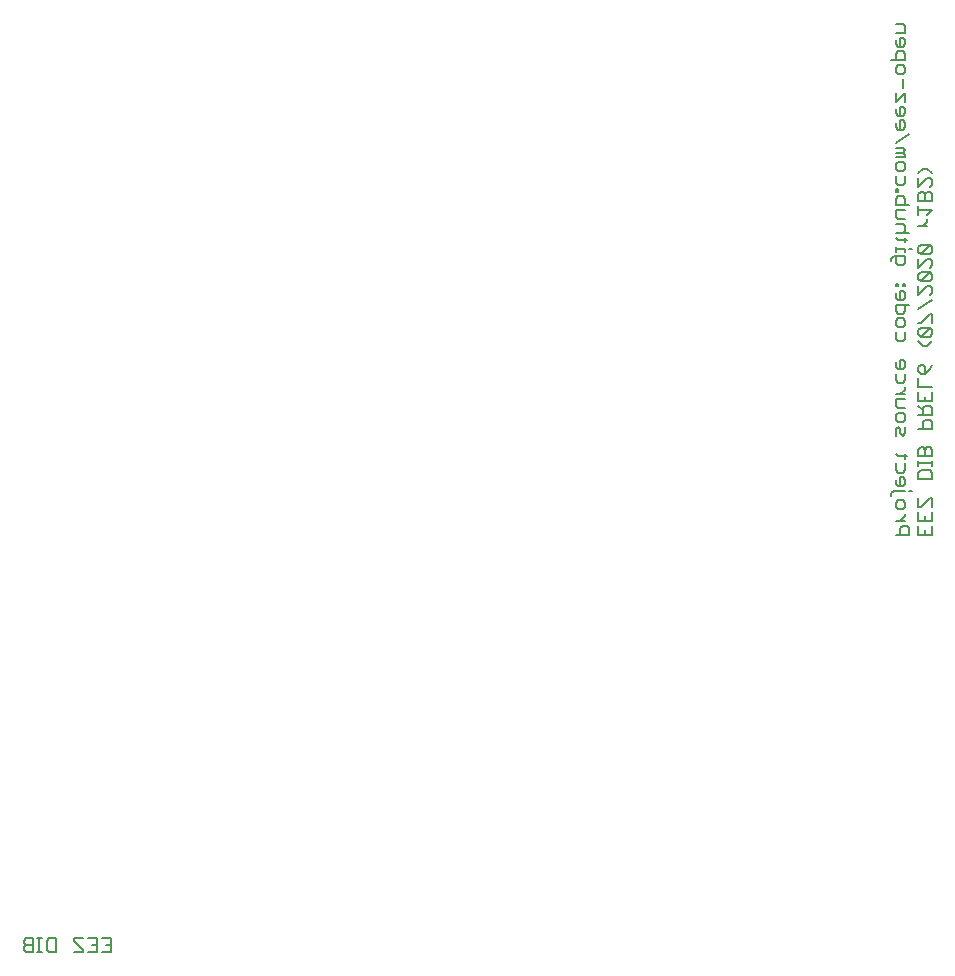
<source format=gbo>
G75*
%MOIN*%
%OFA0B0*%
%FSLAX25Y25*%
%IPPOS*%
%LPD*%
%AMOC8*
5,1,8,0,0,1.08239X$1,22.5*
%
%ADD10C,0.00500*%
D10*
X0359846Y0120520D02*
X0360597Y0119770D01*
X0362849Y0119770D01*
X0362849Y0124274D01*
X0360597Y0124274D01*
X0359846Y0123523D01*
X0359846Y0122772D01*
X0360597Y0122022D01*
X0362849Y0122022D01*
X0360597Y0122022D02*
X0359846Y0121271D01*
X0359846Y0120520D01*
X0364417Y0119770D02*
X0365918Y0119770D01*
X0365167Y0119770D02*
X0365167Y0124274D01*
X0364417Y0124274D02*
X0365918Y0124274D01*
X0367519Y0123523D02*
X0368270Y0124274D01*
X0370522Y0124274D01*
X0370522Y0119770D01*
X0368270Y0119770D01*
X0367519Y0120520D01*
X0367519Y0123523D01*
X0376727Y0123523D02*
X0379730Y0120520D01*
X0379730Y0119770D01*
X0376727Y0119770D01*
X0376727Y0123523D02*
X0376727Y0124274D01*
X0379730Y0124274D01*
X0381331Y0124274D02*
X0384334Y0124274D01*
X0384334Y0119770D01*
X0381331Y0119770D01*
X0382832Y0122022D02*
X0384334Y0122022D01*
X0385935Y0124274D02*
X0388938Y0124274D01*
X0388938Y0119770D01*
X0385935Y0119770D01*
X0387436Y0122022D02*
X0388938Y0122022D01*
X0649171Y0271930D02*
X0649171Y0272681D01*
X0649921Y0273432D01*
X0653674Y0273432D01*
X0655176Y0273432D02*
X0655926Y0273432D01*
X0653674Y0275750D02*
X0653674Y0277251D01*
X0652924Y0278002D01*
X0652173Y0278002D01*
X0652173Y0275000D01*
X0651423Y0275000D02*
X0652924Y0275000D01*
X0653674Y0275750D01*
X0651423Y0275000D02*
X0650672Y0275750D01*
X0650672Y0277251D01*
X0651423Y0279603D02*
X0650672Y0280354D01*
X0650672Y0282606D01*
X0651423Y0284958D02*
X0650672Y0285709D01*
X0651423Y0284958D02*
X0654425Y0284958D01*
X0653674Y0284207D02*
X0653674Y0285709D01*
X0653674Y0282606D02*
X0653674Y0280354D01*
X0652924Y0279603D01*
X0651423Y0279603D01*
X0658172Y0279553D02*
X0658172Y0277302D01*
X0662676Y0277302D01*
X0662676Y0279553D01*
X0661925Y0280304D01*
X0658923Y0280304D01*
X0658172Y0279553D01*
X0658172Y0281905D02*
X0658172Y0283407D01*
X0658172Y0282656D02*
X0662676Y0282656D01*
X0662676Y0281905D02*
X0662676Y0283407D01*
X0662676Y0284975D02*
X0662676Y0287227D01*
X0661925Y0287977D01*
X0661174Y0287977D01*
X0660424Y0287227D01*
X0660424Y0284975D01*
X0660424Y0287227D02*
X0659673Y0287977D01*
X0658923Y0287977D01*
X0658172Y0287227D01*
X0658172Y0284975D01*
X0662676Y0284975D01*
X0653674Y0292631D02*
X0652924Y0291881D01*
X0652173Y0292631D01*
X0652173Y0294133D01*
X0651423Y0294883D01*
X0650672Y0294133D01*
X0650672Y0291881D01*
X0653674Y0292631D02*
X0653674Y0294883D01*
X0652924Y0296485D02*
X0651423Y0296485D01*
X0650672Y0297235D01*
X0650672Y0298736D01*
X0651423Y0299487D01*
X0652924Y0299487D01*
X0653674Y0298736D01*
X0653674Y0297235D01*
X0652924Y0296485D01*
X0653674Y0301088D02*
X0651423Y0301088D01*
X0650672Y0301839D01*
X0650672Y0304091D01*
X0653674Y0304091D01*
X0653674Y0305692D02*
X0650672Y0305692D01*
X0652173Y0305692D02*
X0653674Y0307194D01*
X0653674Y0307944D01*
X0652924Y0309529D02*
X0651423Y0309529D01*
X0650672Y0310280D01*
X0650672Y0312532D01*
X0651423Y0314133D02*
X0652924Y0314133D01*
X0653674Y0314884D01*
X0653674Y0316385D01*
X0652924Y0317135D01*
X0652173Y0317135D01*
X0652173Y0314133D01*
X0651423Y0314133D02*
X0650672Y0314884D01*
X0650672Y0316385D01*
X0653674Y0312532D02*
X0653674Y0310280D01*
X0652924Y0309529D01*
X0658172Y0310997D02*
X0658172Y0307994D01*
X0662676Y0307994D01*
X0662676Y0306393D02*
X0662676Y0303390D01*
X0658172Y0303390D01*
X0658172Y0306393D01*
X0660424Y0304892D02*
X0660424Y0303390D01*
X0660424Y0301789D02*
X0659673Y0301038D01*
X0659673Y0298787D01*
X0659673Y0300288D02*
X0658172Y0301789D01*
X0660424Y0301789D02*
X0661925Y0301789D01*
X0662676Y0301038D01*
X0662676Y0298787D01*
X0658172Y0298787D01*
X0660424Y0297185D02*
X0659673Y0296434D01*
X0659673Y0294183D01*
X0658172Y0294183D02*
X0662676Y0294183D01*
X0662676Y0296434D01*
X0661925Y0297185D01*
X0660424Y0297185D01*
X0660424Y0312598D02*
X0660424Y0314850D01*
X0659673Y0315601D01*
X0658923Y0315601D01*
X0658172Y0314850D01*
X0658172Y0313349D01*
X0658923Y0312598D01*
X0660424Y0312598D01*
X0661925Y0314100D01*
X0662676Y0315601D01*
X0661174Y0321806D02*
X0662676Y0323307D01*
X0661925Y0324875D02*
X0662676Y0325626D01*
X0662676Y0327127D01*
X0661925Y0327878D01*
X0658923Y0324875D01*
X0658172Y0325626D01*
X0658172Y0327127D01*
X0658923Y0327878D01*
X0661925Y0327878D01*
X0662676Y0329479D02*
X0662676Y0332482D01*
X0661925Y0332482D01*
X0658923Y0329479D01*
X0658172Y0329479D01*
X0653674Y0330197D02*
X0652924Y0330947D01*
X0651423Y0330947D01*
X0650672Y0330197D01*
X0650672Y0328695D01*
X0651423Y0327945D01*
X0652924Y0327945D01*
X0653674Y0328695D01*
X0653674Y0330197D01*
X0652924Y0332549D02*
X0653674Y0333299D01*
X0653674Y0335551D01*
X0655176Y0335551D02*
X0650672Y0335551D01*
X0650672Y0333299D01*
X0651423Y0332549D01*
X0652924Y0332549D01*
X0652924Y0337153D02*
X0653674Y0337903D01*
X0653674Y0339404D01*
X0652924Y0340155D01*
X0652173Y0340155D01*
X0652173Y0337153D01*
X0651423Y0337153D02*
X0652924Y0337153D01*
X0651423Y0337153D02*
X0650672Y0337903D01*
X0650672Y0339404D01*
X0650672Y0341756D02*
X0651423Y0341756D01*
X0651423Y0342507D01*
X0650672Y0342507D01*
X0650672Y0341756D01*
X0652924Y0341756D02*
X0653674Y0341756D01*
X0653674Y0342507D01*
X0652924Y0342507D01*
X0652924Y0341756D01*
X0658172Y0341690D02*
X0658172Y0338687D01*
X0661174Y0341690D01*
X0661925Y0341690D01*
X0662676Y0340939D01*
X0662676Y0339438D01*
X0661925Y0338687D01*
X0662676Y0337086D02*
X0658172Y0334083D01*
X0653674Y0326343D02*
X0653674Y0324091D01*
X0652924Y0323341D01*
X0651423Y0323341D01*
X0650672Y0324091D01*
X0650672Y0326343D01*
X0658172Y0323307D02*
X0659673Y0321806D01*
X0661174Y0321806D01*
X0661925Y0324875D02*
X0658923Y0324875D01*
X0658923Y0343291D02*
X0661925Y0346294D01*
X0658923Y0346294D01*
X0658172Y0345543D01*
X0658172Y0344042D01*
X0658923Y0343291D01*
X0661925Y0343291D01*
X0662676Y0344042D01*
X0662676Y0345543D01*
X0661925Y0346294D01*
X0661925Y0347895D02*
X0662676Y0348646D01*
X0662676Y0350147D01*
X0661925Y0350898D01*
X0661174Y0350898D01*
X0658172Y0347895D01*
X0658172Y0350898D01*
X0658923Y0352499D02*
X0661925Y0355502D01*
X0658923Y0355502D01*
X0658172Y0354751D01*
X0658172Y0353250D01*
X0658923Y0352499D01*
X0661925Y0352499D01*
X0662676Y0353250D01*
X0662676Y0354751D01*
X0661925Y0355502D01*
X0655926Y0354017D02*
X0655176Y0354017D01*
X0653674Y0354017D02*
X0650672Y0354017D01*
X0650672Y0353266D02*
X0650672Y0354768D01*
X0651423Y0357086D02*
X0650672Y0357837D01*
X0651423Y0357086D02*
X0654425Y0357086D01*
X0653674Y0356336D02*
X0653674Y0357837D01*
X0652924Y0359405D02*
X0653674Y0360155D01*
X0653674Y0361657D01*
X0652924Y0362407D01*
X0650672Y0362407D01*
X0651423Y0364009D02*
X0650672Y0364759D01*
X0650672Y0367011D01*
X0653674Y0367011D01*
X0653674Y0368613D02*
X0653674Y0370865D01*
X0652924Y0371615D01*
X0651423Y0371615D01*
X0650672Y0370865D01*
X0650672Y0368613D01*
X0655176Y0368613D01*
X0658172Y0368546D02*
X0658172Y0365543D01*
X0658172Y0367045D02*
X0662676Y0367045D01*
X0661174Y0365543D01*
X0661174Y0363959D02*
X0661174Y0363208D01*
X0659673Y0361707D01*
X0658172Y0361707D02*
X0661174Y0361707D01*
X0655176Y0359405D02*
X0650672Y0359405D01*
X0651423Y0364009D02*
X0653674Y0364009D01*
X0658172Y0370147D02*
X0658172Y0372399D01*
X0658923Y0373150D01*
X0659673Y0373150D01*
X0660424Y0372399D01*
X0660424Y0370147D01*
X0662676Y0370147D02*
X0662676Y0372399D01*
X0661925Y0373150D01*
X0661174Y0373150D01*
X0660424Y0372399D01*
X0661925Y0374751D02*
X0662676Y0375502D01*
X0662676Y0377003D01*
X0661925Y0377754D01*
X0661174Y0377754D01*
X0658172Y0374751D01*
X0658172Y0377754D01*
X0658172Y0379355D02*
X0659673Y0380856D01*
X0661174Y0380856D01*
X0662676Y0379355D01*
X0653674Y0378521D02*
X0653674Y0376269D01*
X0652924Y0375519D01*
X0651423Y0375519D01*
X0650672Y0376269D01*
X0650672Y0378521D01*
X0651423Y0380122D02*
X0650672Y0380873D01*
X0650672Y0382374D01*
X0651423Y0383125D01*
X0652924Y0383125D01*
X0653674Y0382374D01*
X0653674Y0380873D01*
X0652924Y0380122D01*
X0651423Y0380122D01*
X0650672Y0384726D02*
X0653674Y0384726D01*
X0653674Y0385477D01*
X0652924Y0386228D01*
X0653674Y0386978D01*
X0652924Y0387729D01*
X0650672Y0387729D01*
X0650672Y0386228D02*
X0652924Y0386228D01*
X0650672Y0389330D02*
X0655176Y0392333D01*
X0652924Y0393934D02*
X0653674Y0394685D01*
X0653674Y0396186D01*
X0652924Y0396937D01*
X0652173Y0396937D01*
X0652173Y0393934D01*
X0651423Y0393934D02*
X0652924Y0393934D01*
X0651423Y0393934D02*
X0650672Y0394685D01*
X0650672Y0396186D01*
X0651423Y0398538D02*
X0652924Y0398538D01*
X0653674Y0399289D01*
X0653674Y0400790D01*
X0652924Y0401541D01*
X0652173Y0401541D01*
X0652173Y0398538D01*
X0651423Y0398538D02*
X0650672Y0399289D01*
X0650672Y0400790D01*
X0650672Y0403142D02*
X0650672Y0406145D01*
X0652924Y0407746D02*
X0652924Y0410749D01*
X0652924Y0412350D02*
X0651423Y0412350D01*
X0650672Y0413101D01*
X0650672Y0414602D01*
X0651423Y0415353D01*
X0652924Y0415353D01*
X0653674Y0414602D01*
X0653674Y0413101D01*
X0652924Y0412350D01*
X0653674Y0416954D02*
X0649171Y0416954D01*
X0650672Y0416954D02*
X0650672Y0419206D01*
X0651423Y0419956D01*
X0652924Y0419956D01*
X0653674Y0419206D01*
X0653674Y0416954D01*
X0652924Y0421558D02*
X0653674Y0422308D01*
X0653674Y0423810D01*
X0652924Y0424560D01*
X0652173Y0424560D01*
X0652173Y0421558D01*
X0651423Y0421558D02*
X0652924Y0421558D01*
X0651423Y0421558D02*
X0650672Y0422308D01*
X0650672Y0423810D01*
X0650672Y0426162D02*
X0653674Y0426162D01*
X0653674Y0428414D01*
X0652924Y0429164D01*
X0650672Y0429164D01*
X0653674Y0406145D02*
X0650672Y0403142D01*
X0653674Y0403142D02*
X0653674Y0406145D01*
X0651423Y0373967D02*
X0650672Y0373967D01*
X0650672Y0373217D01*
X0651423Y0373217D01*
X0651423Y0373967D01*
X0658172Y0370147D02*
X0662676Y0370147D01*
X0653674Y0354017D02*
X0653674Y0353266D01*
X0653674Y0351665D02*
X0653674Y0349413D01*
X0652924Y0348662D01*
X0651423Y0348662D01*
X0650672Y0349413D01*
X0650672Y0351665D01*
X0649921Y0351665D02*
X0653674Y0351665D01*
X0649921Y0351665D02*
X0649171Y0350914D01*
X0649171Y0350164D01*
X0658172Y0271096D02*
X0658172Y0268094D01*
X0658923Y0268094D01*
X0661925Y0271096D01*
X0662676Y0271096D01*
X0662676Y0268094D01*
X0662676Y0266492D02*
X0662676Y0263490D01*
X0658172Y0263490D01*
X0658172Y0266492D01*
X0660424Y0264991D02*
X0660424Y0263490D01*
X0662676Y0261888D02*
X0662676Y0258886D01*
X0658172Y0258886D01*
X0658172Y0261888D01*
X0660424Y0260387D02*
X0660424Y0258886D01*
X0655176Y0258886D02*
X0655176Y0261138D01*
X0654425Y0261888D01*
X0652924Y0261888D01*
X0652173Y0261138D01*
X0652173Y0258886D01*
X0650672Y0258886D02*
X0655176Y0258886D01*
X0653674Y0263490D02*
X0650672Y0263490D01*
X0652173Y0263490D02*
X0653674Y0264991D01*
X0653674Y0265742D01*
X0652924Y0267326D02*
X0651423Y0267326D01*
X0650672Y0268077D01*
X0650672Y0269578D01*
X0651423Y0270329D01*
X0652924Y0270329D01*
X0653674Y0269578D01*
X0653674Y0268077D01*
X0652924Y0267326D01*
M02*

</source>
